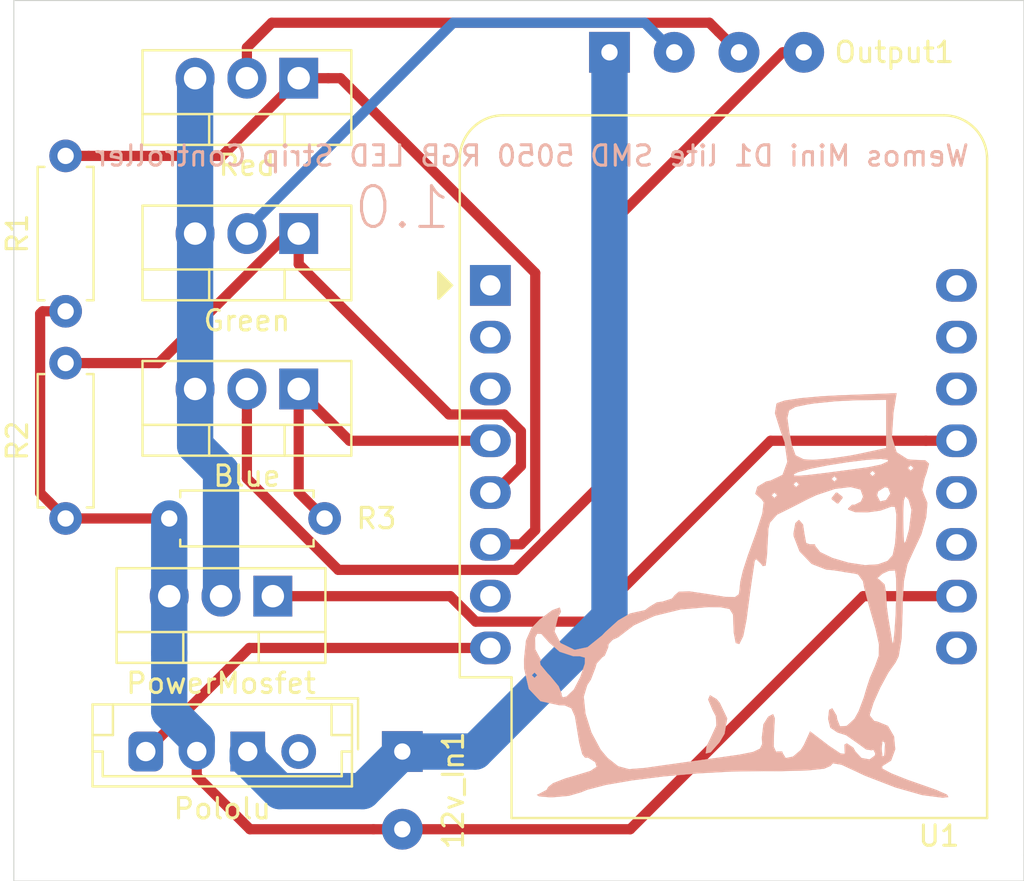
<source format=kicad_pcb>
(kicad_pcb (version 20171130) (host pcbnew "(5.1.2)-2")

  (general
    (thickness 1.6)
    (drawings 7)
    (tracks 82)
    (zones 0)
    (modules 12)
    (nets 12)
  )

  (page A4)
  (layers
    (0 F.Cu signal)
    (31 B.Cu signal)
    (32 B.Adhes user)
    (33 F.Adhes user)
    (34 B.Paste user)
    (35 F.Paste user)
    (36 B.SilkS user)
    (37 F.SilkS user)
    (38 B.Mask user)
    (39 F.Mask user)
    (40 Dwgs.User user)
    (41 Cmts.User user)
    (42 Eco1.User user)
    (43 Eco2.User user)
    (44 Edge.Cuts user)
    (45 Margin user)
    (46 B.CrtYd user)
    (47 F.CrtYd user)
    (48 B.Fab user)
    (49 F.Fab user)
  )

  (setup
    (last_trace_width 0.25)
    (user_trace_width 0.5)
    (user_trace_width 1.78)
    (trace_clearance 0.2)
    (zone_clearance 0.508)
    (zone_45_only no)
    (trace_min 0.2)
    (via_size 0.8)
    (via_drill 0.4)
    (via_min_size 0.4)
    (via_min_drill 0.3)
    (uvia_size 0.3)
    (uvia_drill 0.1)
    (uvias_allowed no)
    (uvia_min_size 0.2)
    (uvia_min_drill 0.1)
    (edge_width 0.05)
    (segment_width 0.2)
    (pcb_text_width 0.3)
    (pcb_text_size 1.5 1.5)
    (mod_edge_width 0.12)
    (mod_text_size 1 1)
    (mod_text_width 0.15)
    (pad_size 1.524 1.524)
    (pad_drill 0.762)
    (pad_to_mask_clearance 0.051)
    (solder_mask_min_width 0.25)
    (aux_axis_origin 0 0)
    (visible_elements 7FFFFFFF)
    (pcbplotparams
      (layerselection 0x010fc_ffffffff)
      (usegerberextensions false)
      (usegerberattributes false)
      (usegerberadvancedattributes false)
      (creategerberjobfile false)
      (excludeedgelayer true)
      (linewidth 0.100000)
      (plotframeref false)
      (viasonmask false)
      (mode 1)
      (useauxorigin false)
      (hpglpennumber 1)
      (hpglpenspeed 20)
      (hpglpendiameter 15.000000)
      (psnegative false)
      (psa4output false)
      (plotreference true)
      (plotvalue true)
      (plotinvisibletext false)
      (padsonsilk false)
      (subtractmaskfromsilk false)
      (outputformat 1)
      (mirror false)
      (drillshape 0)
      (scaleselection 1)
      (outputdirectory ""))
  )

  (net 0 "")
  (net 1 "Net-(Blue1-Pad1)")
  (net 2 "Net-(Green1-Pad1)")
  (net 3 GND)
  (net 4 "Net-(R1-Pad2)")
  (net 5 +12V)
  (net 6 "Net-(Blue1-Pad3)")
  (net 7 "Net-(Output1-Pad3)")
  (net 8 "Net-(Blue1-Pad2)")
  (net 9 "Net-(Green1-Pad2)")
  (net 10 "Net-(Pololu1-Pad4)")
  (net 11 "Net-(PowerMosfet1-Pad1)")

  (net_class Default "This is the default net class."
    (clearance 0.2)
    (trace_width 0.25)
    (via_dia 0.8)
    (via_drill 0.4)
    (uvia_dia 0.3)
    (uvia_drill 0.1)
    (add_net +12V)
    (add_net GND)
    (add_net "Net-(Blue1-Pad1)")
    (add_net "Net-(Blue1-Pad2)")
    (add_net "Net-(Blue1-Pad3)")
    (add_net "Net-(Green1-Pad1)")
    (add_net "Net-(Green1-Pad2)")
    (add_net "Net-(Output1-Pad3)")
    (add_net "Net-(Pololu1-Pad4)")
    (add_net "Net-(PowerMosfet1-Pad1)")
    (add_net "Net-(R1-Pad2)")
  )

  (module fossil:fossil (layer F.Cu) (tedit 5D3263A9) (tstamp 5D339DC6)
    (at 148.59 97.79)
    (fp_text reference G*** (at 0 0) (layer B.SilkS) hide
      (effects (font (size 1.524 1.524) (thickness 0.3)) (justify mirror))
    )
    (fp_text value LOGO (at 0.75 0) (layer B.SilkS) hide
      (effects (font (size 1.524 1.524) (thickness 0.3)) (justify mirror))
    )
    (fp_poly (pts (xy 5.072231 -4.876539) (xy 5.08 -4.812631) (xy 4.87654 -4.553033) (xy 4.812632 -4.545263)
      (xy 4.553033 -4.748724) (xy 4.545264 -4.812631) (xy 4.748724 -5.07223) (xy 4.812632 -5.08)
      (xy 5.072231 -4.876539)) (layer B.SilkS) (width 0.01))
    (fp_poly (pts (xy -1.096102 5.050698) (xy -0.94153 5.233202) (xy -0.577711 5.992953) (xy -0.707946 6.749835)
      (xy -0.95095 7.159456) (xy -1.389349 7.657713) (xy -1.62726 7.712448) (xy -1.586734 7.359376)
      (xy -1.391248 6.957721) (xy -1.106251 6.342436) (xy -1.133552 5.889862) (xy -1.288525 5.594842)
      (xy -1.510837 5.068579) (xy -1.418712 4.858032) (xy -1.096102 5.050698)) (layer B.SilkS) (width 0.01))
    (fp_poly (pts (xy 7.575412 -9.001238) (xy 7.499233 -7.816522) (xy 7.730489 -7.05842) (xy 8.275752 -6.711471)
      (xy 8.560884 -6.68421) (xy 9.138869 -6.662444) (xy 9.320919 -6.495598) (xy 9.197507 -6.031354)
      (xy 9.100743 -5.775292) (xy 8.984026 -5.212607) (xy 9.080834 -4.952306) (xy 9.240097 -4.570804)
      (xy 9.184441 -3.877309) (xy 8.944726 -3.034736) (xy 8.564749 -2.227772) (xy 8.258464 -1.559886)
      (xy 8.088322 -0.74734) (xy 8.024151 0.377795) (xy 8.021053 0.79829) (xy 7.972176 2.094009)
      (xy 7.830225 2.946862) (xy 7.676698 3.256165) (xy 7.329913 3.743075) (xy 6.936334 4.468478)
      (xy 6.599686 5.218351) (xy 6.423699 5.778668) (xy 6.416842 5.85567) (xy 6.630442 6.12213)
      (xy 6.785157 6.149474) (xy 7.304997 6.36378) (xy 7.604141 6.880379) (xy 7.662444 7.50979)
      (xy 7.459765 8.062533) (xy 7.018239 8.341928) (xy 7.0351 8.458974) (xy 7.47654 8.693491)
      (xy 8.256665 9.003698) (xy 8.689474 9.154881) (xy 9.684675 9.50595) (xy 10.198739 9.731867)
      (xy 10.265495 9.851548) (xy 9.993089 9.88391) (xy 8.989377 9.754827) (xy 7.675295 9.381011)
      (xy 6.189739 8.807733) (xy 5.032225 8.266869) (xy 4.603933 8.197101) (xy 4.487917 8.326775)
      (xy 4.173693 8.46067) (xy 3.354487 8.546014) (xy 2.058033 8.580692) (xy 1.193588 8.577881)
      (xy -0.386287 8.600726) (xy -2.064251 8.693318) (xy -3.724876 8.842294) (xy -5.252737 9.034291)
      (xy -6.532408 9.255946) (xy -7.448461 9.493896) (xy -7.7262 9.610554) (xy -8.343141 9.791387)
      (xy -9.160931 9.86332) (xy -9.273475 9.861617) (xy -9.800528 9.816663) (xy -9.911417 9.74063)
      (xy -9.825789 9.708328) (xy -9.429505 9.499937) (xy -9.357894 9.362998) (xy -9.122736 9.175484)
      (xy -8.521478 8.940624) (xy -8.050643 8.804904) (xy -7.285858 8.57328) (xy -6.976852 8.367226)
      (xy -7.048012 8.139838) (xy -7.406599 7.911792) (xy -7.542712 7.924755) (xy -7.681009 7.754054)
      (xy -7.830033 7.192046) (xy -7.911368 6.693534) (xy -8.042336 5.896502) (xy -8.219723 5.497076)
      (xy -8.534501 5.359984) (xy -8.816693 5.347369) (xy -9.733132 5.148397) (xy -10.304944 4.546783)
      (xy -10.459004 3.876842) (xy -10.16 3.876842) (xy -10.026315 4.010526) (xy -9.892631 3.876842)
      (xy -10.026315 3.743158) (xy -10.16 3.876842) (xy -10.459004 3.876842) (xy -10.537504 3.53548)
      (xy -10.539925 3.088202) (xy -10.442157 2.17458) (xy -10.382696 2.039359) (xy -10.002403 2.039359)
      (xy -9.993081 2.602852) (xy -9.864506 2.841257) (xy -9.701664 3.145472) (xy -9.762669 3.208421)
      (xy -9.729915 3.370617) (xy -9.39646 3.77368) (xy -9.264844 3.909127) (xy -8.844233 4.420328)
      (xy -8.693552 4.794939) (xy -8.707534 4.841854) (xy -8.642908 4.966904) (xy -8.4801 4.927907)
      (xy -7.612469 4.927907) (xy -7.52738 5.762666) (xy -7.235235 6.687375) (xy -6.784767 7.527233)
      (xy -6.445829 7.930106) (xy -5.925317 8.341829) (xy -5.393043 8.485538) (xy -4.603818 8.423828)
      (xy -4.545263 8.415302) (xy -3.696428 8.293319) (xy -2.541159 8.131381) (xy -1.302992 7.960765)
      (xy -1.069473 7.928951) (xy 0.026553 7.772582) (xy 0.692883 7.638386) (xy 1.030202 7.480424)
      (xy 1.139196 7.252756) (xy 1.122799 6.928693) (xy 1.200669 6.284836) (xy 1.432826 5.913394)
      (xy 1.671906 5.781689) (xy 1.757379 5.990265) (xy 1.722895 6.630251) (xy 1.717698 6.684859)
      (xy 1.702203 7.375615) (xy 1.8182 7.633894) (xy 1.875566 7.617536) (xy 2.120151 7.616676)
      (xy 2.138948 7.693344) (xy 2.295052 7.940821) (xy 2.649819 7.867895) (xy 3.032926 7.541196)
      (xy 3.192284 7.281276) (xy 3.488742 6.630622) (xy 4.413574 7.336026) (xy 4.973415 7.711081)
      (xy 5.197469 7.734854) (xy 5.180597 7.630188) (xy 5.17389 7.279928) (xy 5.290158 7.218947)
      (xy 5.608189 7.432414) (xy 5.711425 7.62) (xy 6.00898 7.936974) (xy 6.408651 8.007744)
      (xy 6.669078 7.810199) (xy 6.684211 7.709123) (xy 6.584459 7.521099) (xy 6.522065 7.559338)
      (xy 6.235991 7.517479) (xy 6.193128 7.486316) (xy 6.993795 7.486316) (xy 7.035813 7.86588)
      (xy 7.128652 7.820526) (xy 7.163966 7.273131) (xy 7.128652 7.152105) (xy 7.031065 7.118518)
      (xy 6.993795 7.486316) (xy 6.193128 7.486316) (xy 5.803229 7.202847) (xy 5.252075 6.818086)
      (xy 4.829059 6.684022) (xy 4.480187 6.448644) (xy 4.373131 6.01737) (xy 4.422906 5.573788)
      (xy 4.573658 5.498601) (xy 4.793103 5.867378) (xy 4.812632 6.031569) (xy 4.952904 6.384379)
      (xy 5.281575 6.364058) (xy 5.660433 6.020871) (xy 5.868508 5.647564) (xy 6.119874 4.979991)
      (xy 6.257636 4.511248) (xy 6.420576 4.012452) (xy 6.679281 3.416595) (xy 6.85869 2.914194)
      (xy 6.867233 2.366841) (xy 6.695675 1.587168) (xy 6.567276 1.143963) (xy 6.31515 0.261808)
      (xy 6.138111 -0.435264) (xy 6.08223 -0.735263) (xy 5.976986 -0.880715) (xy 6.78325 -0.880715)
      (xy 6.881742 -0.810236) (xy 7.138918 -0.577369) (xy 7.209473 -0.200526) (xy 7.25523 0.560715)
      (xy 7.323871 1.069474) (xy 7.448937 1.821983) (xy 7.517161 2.272632) (xy 7.563476 2.291643)
      (xy 7.618965 1.86418) (xy 7.673323 1.078148) (xy 7.685489 0.836749) (xy 7.714628 -0.133781)
      (xy 7.705734 -0.875707) (xy 7.66106 -1.246119) (xy 7.652417 -1.259864) (xy 7.352706 -1.245721)
      (xy 7.038475 -1.102112) (xy 6.78325 -0.880715) (xy 5.976986 -0.880715) (xy 5.845064 -1.063037)
      (xy 5.70386 -1.102895) (xy 5.173561 -1.1822) (xy 5.08 -1.203158) (xy 4.603598 -1.275331)
      (xy 4.277895 -1.303421) (xy 3.562836 -1.581629) (xy 2.971216 -2.195955) (xy 2.680442 -2.95051)
      (xy 2.673685 -3.074737) (xy 2.765208 -3.577205) (xy 2.941053 -3.743158) (xy 3.140336 -3.513876)
      (xy 3.208421 -3.058957) (xy 3.293294 -2.60406) (xy 3.47579 -2.54) (xy 3.723066 -2.539624)
      (xy 3.743158 -2.458419) (xy 3.98096 -2.161355) (xy 4.579433 -1.872488) (xy 5.36618 -1.642207)
      (xy 6.168801 -1.5209) (xy 6.814897 -1.558954) (xy 6.817895 -1.55975) (xy 7.28953 -1.728935)
      (xy 7.540891 -2.014811) (xy 7.656951 -2.573597) (xy 7.70168 -3.184549) (xy 7.722438 -3.994519)
      (xy 8.054601 -3.994519) (xy 8.056816 -3.743158) (xy 8.072042 -2.918734) (xy 8.105702 -2.585805)
      (xy 8.182925 -2.701172) (xy 8.328837 -3.221636) (xy 8.338671 -3.258589) (xy 8.462399 -4.231)
      (xy 8.319169 -4.729115) (xy 8.159251 -4.901291) (xy 8.07643 -4.6766) (xy 8.054601 -3.994519)
      (xy 7.722438 -3.994519) (xy 7.722668 -4.003467) (xy 7.649095 -4.3778) (xy 7.461934 -4.39234)
      (xy 7.434312 -4.376065) (xy 6.93584 -4.196325) (xy 6.287904 -4.108561) (xy 5.695896 -4.120942)
      (xy 5.365209 -4.241635) (xy 5.347369 -4.293076) (xy 5.547532 -4.485116) (xy 5.6657 -4.478421)
      (xy 5.98066 -4.637885) (xy 6.086357 -4.879474) (xy 6.065332 -4.938889) (xy 6.773334 -4.938889)
      (xy 6.919268 -4.643285) (xy 7.215157 -4.710777) (xy 7.425044 -5.029868) (xy 7.315553 -5.310959)
      (xy 7.152106 -5.347368) (xy 6.818773 -5.132286) (xy 6.773334 -4.938889) (xy 6.065332 -4.938889)
      (xy 5.963316 -5.227176) (xy 5.466576 -5.352742) (xy 4.706715 -5.26079) (xy 3.794313 -4.955943)
      (xy 3.395076 -4.767014) (xy 2.634193 -4.378044) (xy 2.027855 -4.075737) (xy 1.871579 -4.000973)
      (xy 1.517416 -3.603103) (xy 1.443271 -3.311328) (xy 1.408451 -2.669349) (xy 1.372335 -2.005263)
      (xy 1.307109 -1.499909) (xy 1.167325 -1.474146) (xy 1.069474 -1.60421) (xy 0.840526 -1.818263)
      (xy 0.771723 -1.737895) (xy 0.704368 -1.283127) (xy 0.631998 -0.802105) (xy 0.53656 -0.124701)
      (xy 0.41671 0.784735) (xy 0.372184 1.136316) (xy 0.210586 1.95338) (xy 0.015868 2.348948)
      (xy -0.158579 2.29512) (xy -0.259366 1.763996) (xy -0.267368 1.470526) (xy -0.291541 0.901471)
      (xy -0.459671 0.627975) (xy -0.915176 0.541717) (xy -1.506348 0.534737) (xy -2.85896 0.650933)
      (xy -4.133033 0.964499) (xy -5.144204 1.422897) (xy -5.464626 1.662693) (xy -5.929106 2.021071)
      (xy -6.199889 2.138947) (xy -6.395576 2.354653) (xy -6.416842 2.517719) (xy -6.584596 2.919767)
      (xy -6.69877 2.990467) (xy -6.981034 3.30381) (xy -7.044699 3.520512) (xy -7.267015 4.099159)
      (xy -7.441766 4.357901) (xy -7.612469 4.927907) (xy -8.4801 4.927907) (xy -8.454674 4.921817)
      (xy -8.095188 4.579629) (xy -7.778019 3.965222) (xy -7.772367 3.949193) (xy -7.555049 3.30031)
      (xy -7.551568 3.013863) (xy -7.815057 2.942269) (xy -8.135331 2.941053) (xy -8.795106 2.724342)
      (xy -9.309963 2.272839) (xy -9.688261 1.852296) (xy -9.897996 1.841518) (xy -10.002403 2.039359)
      (xy -10.382696 2.039359) (xy -10.175407 1.567962) (xy -9.775738 1.149781) (xy -9.156134 0.688909)
      (xy -8.78752 0.557212) (xy -8.73001 0.760051) (xy -8.885784 1.070398) (xy -9.046106 1.732413)
      (xy -8.754075 2.297619) (xy -8.08977 2.619639) (xy -8.033067 2.629044) (xy -7.42822 2.502309)
      (xy -6.710602 1.925981) (xy -6.553787 1.760097) (xy -5.925347 1.191797) (xy -5.337462 0.848406)
      (xy -5.126561 0.802105) (xy -4.601972 0.68591) (xy -4.411579 0.534737) (xy -4.032892 0.306816)
      (xy -3.749659 0.267369) (xy -3.280484 0.117874) (xy -3.145998 -0.053584) (xy -2.94057 -0.220594)
      (xy -2.420579 -0.232741) (xy -1.519507 -0.099115) (xy -0.656135 0.038774) (xy -0.192487 0.044637)
      (xy -0.007292 -0.093098) (xy 0.020457 -0.246058) (xy 0.068196 -0.709094) (xy 0.192587 -1.241935)
      (xy 0.434536 -1.987846) (xy 0.824411 -3.061708) (xy 1.145822 -4.048055) (xy 1.212889 -4.603023)
      (xy 1.10856 -4.755041) (xy 0.889887 -4.946316) (xy 1.604211 -4.946316) (xy 1.737895 -4.812631)
      (xy 1.871579 -4.946316) (xy 1.737895 -5.08) (xy 1.604211 -4.946316) (xy 0.889887 -4.946316)
      (xy 0.801984 -5.023205) (xy 0.902314 -5.365601) (xy 1.095587 -5.481053) (xy 2.673685 -5.481053)
      (xy 2.807369 -5.347368) (xy 2.941053 -5.481053) (xy 2.807369 -5.614737) (xy 2.673685 -5.481053)
      (xy 1.095587 -5.481053) (xy 1.334892 -5.624001) (xy 1.537369 -5.66382) (xy 1.717175 -5.748421)
      (xy 4.545264 -5.748421) (xy 4.678948 -5.614737) (xy 4.812632 -5.748421) (xy 4.678948 -5.882105)
      (xy 4.545264 -5.748421) (xy 1.717175 -5.748421) (xy 2.079375 -5.91884) (xy 2.691749 -5.91884)
      (xy 2.881247 -5.90082) (xy 3.337885 -5.9349) (xy 4.031249 -6.015789) (xy 6.416842 -6.015789)
      (xy 6.550527 -5.882105) (xy 6.684211 -6.015789) (xy 6.550527 -6.149474) (xy 6.416842 -6.015789)
      (xy 4.031249 -6.015789) (xy 4.134403 -6.027823) (xy 5.343543 -6.186331) (xy 6.057269 -6.283158)
      (xy 8.288421 -6.283158) (xy 8.422106 -6.149474) (xy 8.55579 -6.283158) (xy 8.422106 -6.416842)
      (xy 8.288421 -6.283158) (xy 6.057269 -6.283158) (xy 6.30326 -6.31653) (xy 6.973363 -6.452098)
      (xy 7.308991 -6.610067) (xy 7.305891 -6.68798) (xy 6.966472 -6.731581) (xy 6.260406 -6.685335)
      (xy 5.343556 -6.573108) (xy 4.371781 -6.418765) (xy 3.500942 -6.24617) (xy 2.8869 -6.07919)
      (xy 2.696652 -5.982218) (xy 2.691749 -5.91884) (xy 2.079375 -5.91884) (xy 2.137478 -5.946178)
      (xy 2.373194 -6.588274) (xy 2.23725 -7.551841) (xy 2.014228 -8.174521) (xy 1.83849 -8.735793)
      (xy 2.371771 -8.735793) (xy 2.465259 -8.054696) (xy 2.589235 -7.419474) (xy 2.775137 -6.906863)
      (xy 3.177502 -6.708507) (xy 3.62666 -6.68421) (xy 4.433752 -6.742493) (xy 5.438748 -6.889736)
      (xy 5.868945 -6.973734) (xy 7.218948 -7.263258) (xy 7.218948 -9.625263) (xy 5.815264 -9.609855)
      (xy 4.74779 -9.560381) (xy 3.696408 -9.453636) (xy 3.342106 -9.3983) (xy 2.760903 -9.278038)
      (xy 2.453888 -9.100388) (xy 2.371771 -8.735793) (xy 1.83849 -8.735793) (xy 1.764217 -8.973002)
      (xy 1.840018 -9.428675) (xy 1.872312 -9.465575) (xy 2.243304 -9.59164) (xy 3.022804 -9.709961)
      (xy 4.084644 -9.804766) (xy 4.941224 -9.849172) (xy 7.729764 -9.952394) (xy 7.575412 -9.001238)) (layer B.SilkS) (width 0.01))
  )

  (module EndConnectors:Pololu_4Pin_Power (layer F.Cu) (tedit 5D3254CE) (tstamp 5D3336E6)
    (at 127 105.41 180)
    (descr "JST EH series connector, B4B-EH-A (http://www.jst-mfg.com/product/pdf/eng/eEH.pdf), generated with kicad-footprint-generator")
    (tags "connector JST EH vertical")
    (path /5D32986D)
    (fp_text reference Pololu (at 3.75 -2.8) (layer F.SilkS)
      (effects (font (size 1 1) (thickness 0.15)))
    )
    (fp_text value "Pololu 4 Pin" (at 3.75 3.4) (layer F.Fab)
      (effects (font (size 1 1) (thickness 0.15)))
    )
    (fp_line (start -2.5 -1.6) (end -2.5 2.2) (layer F.Fab) (width 0.1))
    (fp_line (start -2.5 2.2) (end 10 2.2) (layer F.Fab) (width 0.1))
    (fp_line (start 10 2.2) (end 10 -1.6) (layer F.Fab) (width 0.1))
    (fp_line (start 10 -1.6) (end -2.5 -1.6) (layer F.Fab) (width 0.1))
    (fp_line (start -3 -2.1) (end -3 2.7) (layer F.CrtYd) (width 0.05))
    (fp_line (start -3 2.7) (end 10.5 2.7) (layer F.CrtYd) (width 0.05))
    (fp_line (start 10.5 2.7) (end 10.5 -2.1) (layer F.CrtYd) (width 0.05))
    (fp_line (start 10.5 -2.1) (end -3 -2.1) (layer F.CrtYd) (width 0.05))
    (fp_line (start -2.61 -1.71) (end -2.61 2.31) (layer F.SilkS) (width 0.12))
    (fp_line (start -2.61 2.31) (end 10.11 2.31) (layer F.SilkS) (width 0.12))
    (fp_line (start 10.11 2.31) (end 10.11 -1.71) (layer F.SilkS) (width 0.12))
    (fp_line (start 10.11 -1.71) (end -2.61 -1.71) (layer F.SilkS) (width 0.12))
    (fp_line (start -2.61 0) (end -2.11 0) (layer F.SilkS) (width 0.12))
    (fp_line (start -2.11 0) (end -2.11 -1.21) (layer F.SilkS) (width 0.12))
    (fp_line (start -2.11 -1.21) (end 9.61 -1.21) (layer F.SilkS) (width 0.12))
    (fp_line (start 9.61 -1.21) (end 9.61 0) (layer F.SilkS) (width 0.12))
    (fp_line (start 9.61 0) (end 10.11 0) (layer F.SilkS) (width 0.12))
    (fp_line (start -2.61 0.81) (end -1.61 0.81) (layer F.SilkS) (width 0.12))
    (fp_line (start -1.61 0.81) (end -1.61 2.31) (layer F.SilkS) (width 0.12))
    (fp_line (start 10.11 0.81) (end 9.11 0.81) (layer F.SilkS) (width 0.12))
    (fp_line (start 9.11 0.81) (end 9.11 2.31) (layer F.SilkS) (width 0.12))
    (fp_line (start -2.91 0.11) (end -2.91 2.61) (layer F.SilkS) (width 0.12))
    (fp_line (start -2.91 2.61) (end -0.41 2.61) (layer F.SilkS) (width 0.12))
    (fp_line (start -2.91 0.11) (end -2.91 2.61) (layer F.Fab) (width 0.1))
    (fp_line (start -2.91 2.61) (end -0.41 2.61) (layer F.Fab) (width 0.1))
    (fp_text user %R (at 3.75 3.81) (layer F.Fab)
      (effects (font (size 1 1) (thickness 0.15)))
    )
    (pad 1 thru_hole circle (at 0 0 180) (size 1.7 1.7) (drill 0.95) (layers *.Cu *.Mask))
    (pad 2 thru_hole rect (at 2.5 0 180) (size 1.7 1.95) (drill 0.95) (layers *.Cu *.Mask)
      (net 5 +12V))
    (pad 3 thru_hole circle (at 5 0 180) (size 1.7 1.7) (drill 0.95) (layers *.Cu *.Mask)
      (net 3 GND))
    (pad 4 thru_hole roundrect (at 7.5 0 180) (size 1.7 1.95) (drill 0.95) (layers *.Cu *.Mask) (roundrect_rratio 0.25)
      (net 10 "Net-(Pololu1-Pad4)"))
    (model ${KISYS3DMOD}/Connector_JST.3dshapes/JST_EH_B4B-EH-A_1x04_P2.50mm_Vertical.wrl
      (at (xyz 0 0 0))
      (scale (xyz 1 1 1))
      (rotate (xyz 0 0 0))
    )
  )

  (module Package_TO_SOT_THT:TO-220-3_Vertical (layer F.Cu) (tedit 5AC8BA0D) (tstamp 5D335884)
    (at 125.73 97.79 180)
    (descr "TO-220-3, Vertical, RM 2.54mm, see https://www.vishay.com/docs/66542/to-220-1.pdf")
    (tags "TO-220-3 Vertical RM 2.54mm")
    (path /5D33C08F)
    (fp_text reference PowerMosfet (at 2.54 -4.27) (layer F.SilkS)
      (effects (font (size 1 1) (thickness 0.15)))
    )
    (fp_text value FQP30N06L (at 2.54 2.54) (layer F.Fab) hide
      (effects (font (size 1 1) (thickness 0.15)))
    )
    (fp_text user %R (at 2.54 -4.27) (layer F.Fab)
      (effects (font (size 1 1) (thickness 0.15)))
    )
    (fp_line (start 7.79 -3.4) (end -2.71 -3.4) (layer F.CrtYd) (width 0.05))
    (fp_line (start 7.79 1.51) (end 7.79 -3.4) (layer F.CrtYd) (width 0.05))
    (fp_line (start -2.71 1.51) (end 7.79 1.51) (layer F.CrtYd) (width 0.05))
    (fp_line (start -2.71 -3.4) (end -2.71 1.51) (layer F.CrtYd) (width 0.05))
    (fp_line (start 4.391 -3.27) (end 4.391 -1.76) (layer F.SilkS) (width 0.12))
    (fp_line (start 0.69 -3.27) (end 0.69 -1.76) (layer F.SilkS) (width 0.12))
    (fp_line (start -2.58 -1.76) (end 7.66 -1.76) (layer F.SilkS) (width 0.12))
    (fp_line (start 7.66 -3.27) (end 7.66 1.371) (layer F.SilkS) (width 0.12))
    (fp_line (start -2.58 -3.27) (end -2.58 1.371) (layer F.SilkS) (width 0.12))
    (fp_line (start -2.58 1.371) (end 7.66 1.371) (layer F.SilkS) (width 0.12))
    (fp_line (start -2.58 -3.27) (end 7.66 -3.27) (layer F.SilkS) (width 0.12))
    (fp_line (start 4.39 -3.15) (end 4.39 -1.88) (layer F.Fab) (width 0.1))
    (fp_line (start 0.69 -3.15) (end 0.69 -1.88) (layer F.Fab) (width 0.1))
    (fp_line (start -2.46 -1.88) (end 7.54 -1.88) (layer F.Fab) (width 0.1))
    (fp_line (start 7.54 -3.15) (end -2.46 -3.15) (layer F.Fab) (width 0.1))
    (fp_line (start 7.54 1.25) (end 7.54 -3.15) (layer F.Fab) (width 0.1))
    (fp_line (start -2.46 1.25) (end 7.54 1.25) (layer F.Fab) (width 0.1))
    (fp_line (start -2.46 -3.15) (end -2.46 1.25) (layer F.Fab) (width 0.1))
    (pad 3 thru_hole oval (at 5.08 0 180) (size 1.905 2) (drill 1.1) (layers *.Cu *.Mask)
      (net 3 GND))
    (pad 2 thru_hole oval (at 2.54 0 180) (size 1.905 2) (drill 1.1) (layers *.Cu *.Mask)
      (net 6 "Net-(Blue1-Pad3)"))
    (pad 1 thru_hole rect (at 0 0 180) (size 1.905 2) (drill 1.1) (layers *.Cu *.Mask)
      (net 11 "Net-(PowerMosfet1-Pad1)"))
    (model ${KISYS3DMOD}/Package_TO_SOT_THT.3dshapes/TO-220-3_Vertical.wrl
      (at (xyz 0 0 0))
      (scale (xyz 1 1 1))
      (rotate (xyz 0 0 0))
    )
  )

  (module Connector_Wire:SolderWirePad_1x04_P3.175mm_Drill0.8mm (layer F.Cu) (tedit 5AEE5FAE) (tstamp 5D3320F3)
    (at 142.24 71.12)
    (descr "Wire solder connection")
    (tags connector)
    (path /5D3D1039)
    (attr virtual)
    (fp_text reference Output1 (at 13.97 0) (layer F.SilkS)
      (effects (font (size 1 1) (thickness 0.15)))
    )
    (fp_text value Conn_01x04_Male (at 4.7625 3.175) (layer F.Fab)
      (effects (font (size 1 1) (thickness 0.15)))
    )
    (fp_line (start 11.02 1.5) (end -1.5 1.5) (layer F.CrtYd) (width 0.05))
    (fp_line (start 11.02 1.5) (end 11.02 -1.5) (layer F.CrtYd) (width 0.05))
    (fp_line (start -1.5 -1.5) (end -1.5 1.5) (layer F.CrtYd) (width 0.05))
    (fp_line (start -1.5 -1.5) (end 11.02 -1.5) (layer F.CrtYd) (width 0.05))
    (fp_text user %R (at 4.7625 -0.762) (layer F.Fab)
      (effects (font (size 1 1) (thickness 0.15)))
    )
    (pad 4 thru_hole circle (at 9.525 0) (size 1.99898 1.99898) (drill 0.8001) (layers *.Cu *.Mask)
      (net 8 "Net-(Blue1-Pad2)"))
    (pad 3 thru_hole circle (at 6.35 0) (size 1.99898 1.99898) (drill 0.8001) (layers *.Cu *.Mask)
      (net 7 "Net-(Output1-Pad3)"))
    (pad 2 thru_hole circle (at 3.175 0) (size 1.99898 1.99898) (drill 0.8001) (layers *.Cu *.Mask)
      (net 9 "Net-(Green1-Pad2)"))
    (pad 1 thru_hole rect (at 0 0) (size 1.99898 1.99898) (drill 0.8001) (layers *.Cu *.Mask)
      (net 5 +12V))
  )

  (module Connector_Wire:SolderWirePad_1x02_P3.81mm_Drill0.8mm (layer F.Cu) (tedit 5AEE54BF) (tstamp 5D332061)
    (at 132.08 105.41 270)
    (descr "Wire solder connection")
    (tags connector)
    (path /5D35E8E7)
    (attr virtual)
    (fp_text reference 12v_In1 (at 1.905 -2.5 90) (layer F.SilkS)
      (effects (font (size 1 1) (thickness 0.15)))
    )
    (fp_text value Conn_01x02 (at 1.905 2.54 90) (layer F.Fab) hide
      (effects (font (size 1 1) (thickness 0.15)))
    )
    (fp_line (start 5.31 1.5) (end -1.49 1.5) (layer F.CrtYd) (width 0.05))
    (fp_line (start 5.31 1.5) (end 5.31 -1.5) (layer F.CrtYd) (width 0.05))
    (fp_line (start -1.49 -1.5) (end -1.49 1.5) (layer F.CrtYd) (width 0.05))
    (fp_line (start -1.49 -1.5) (end 5.31 -1.5) (layer F.CrtYd) (width 0.05))
    (fp_text user %R (at 1.905 0 90) (layer F.Fab)
      (effects (font (size 1 1) (thickness 0.15)))
    )
    (pad 2 thru_hole circle (at 3.81 0 270) (size 1.99898 1.99898) (drill 0.8001) (layers *.Cu *.Mask)
      (net 3 GND))
    (pad 1 thru_hole rect (at 0 0 270) (size 1.99898 1.99898) (drill 0.8001) (layers *.Cu *.Mask)
      (net 5 +12V))
  )

  (module Resistor_THT:R_Axial_DIN0207_L6.3mm_D2.5mm_P7.62mm_Horizontal (layer F.Cu) (tedit 5AE5139B) (tstamp 5D32C056)
    (at 120.65 93.98)
    (descr "Resistor, Axial_DIN0207 series, Axial, Horizontal, pin pitch=7.62mm, 0.25W = 1/4W, length*diameter=6.3*2.5mm^2, http://cdn-reichelt.de/documents/datenblatt/B400/1_4W%23YAG.pdf")
    (tags "Resistor Axial_DIN0207 series Axial Horizontal pin pitch 7.62mm 0.25W = 1/4W length 6.3mm diameter 2.5mm")
    (path /5D33ED1D)
    (fp_text reference R3 (at 10.16 0) (layer F.SilkS)
      (effects (font (size 1 1) (thickness 0.15)))
    )
    (fp_text value R (at 3.81 2.37) (layer F.Fab) hide
      (effects (font (size 1 1) (thickness 0.15)))
    )
    (fp_text user %R (at 3.81 0) (layer F.Fab)
      (effects (font (size 1 1) (thickness 0.15)))
    )
    (fp_line (start 8.67 -1.5) (end -1.05 -1.5) (layer F.CrtYd) (width 0.05))
    (fp_line (start 8.67 1.5) (end 8.67 -1.5) (layer F.CrtYd) (width 0.05))
    (fp_line (start -1.05 1.5) (end 8.67 1.5) (layer F.CrtYd) (width 0.05))
    (fp_line (start -1.05 -1.5) (end -1.05 1.5) (layer F.CrtYd) (width 0.05))
    (fp_line (start 7.08 1.37) (end 7.08 1.04) (layer F.SilkS) (width 0.12))
    (fp_line (start 0.54 1.37) (end 7.08 1.37) (layer F.SilkS) (width 0.12))
    (fp_line (start 0.54 1.04) (end 0.54 1.37) (layer F.SilkS) (width 0.12))
    (fp_line (start 7.08 -1.37) (end 7.08 -1.04) (layer F.SilkS) (width 0.12))
    (fp_line (start 0.54 -1.37) (end 7.08 -1.37) (layer F.SilkS) (width 0.12))
    (fp_line (start 0.54 -1.04) (end 0.54 -1.37) (layer F.SilkS) (width 0.12))
    (fp_line (start 7.62 0) (end 6.96 0) (layer F.Fab) (width 0.1))
    (fp_line (start 0 0) (end 0.66 0) (layer F.Fab) (width 0.1))
    (fp_line (start 6.96 -1.25) (end 0.66 -1.25) (layer F.Fab) (width 0.1))
    (fp_line (start 6.96 1.25) (end 6.96 -1.25) (layer F.Fab) (width 0.1))
    (fp_line (start 0.66 1.25) (end 6.96 1.25) (layer F.Fab) (width 0.1))
    (fp_line (start 0.66 -1.25) (end 0.66 1.25) (layer F.Fab) (width 0.1))
    (pad 2 thru_hole oval (at 7.62 0) (size 1.6 1.6) (drill 0.8) (layers *.Cu *.Mask)
      (net 1 "Net-(Blue1-Pad1)"))
    (pad 1 thru_hole circle (at 0 0) (size 1.6 1.6) (drill 0.8) (layers *.Cu *.Mask)
      (net 3 GND))
    (model ${KISYS3DMOD}/Resistor_THT.3dshapes/R_Axial_DIN0207_L6.3mm_D2.5mm_P7.62mm_Horizontal.wrl
      (at (xyz 0 0 0))
      (scale (xyz 1 1 1))
      (rotate (xyz 0 0 0))
    )
  )

  (module Resistor_THT:R_Axial_DIN0207_L6.3mm_D2.5mm_P7.62mm_Horizontal (layer F.Cu) (tedit 5AE5139B) (tstamp 5D32C03F)
    (at 115.57 93.98 90)
    (descr "Resistor, Axial_DIN0207 series, Axial, Horizontal, pin pitch=7.62mm, 0.25W = 1/4W, length*diameter=6.3*2.5mm^2, http://cdn-reichelt.de/documents/datenblatt/B400/1_4W%23YAG.pdf")
    (tags "Resistor Axial_DIN0207 series Axial Horizontal pin pitch 7.62mm 0.25W = 1/4W length 6.3mm diameter 2.5mm")
    (path /5D33E1E2)
    (fp_text reference R2 (at 3.81 -2.37 90) (layer F.SilkS)
      (effects (font (size 1 1) (thickness 0.15)))
    )
    (fp_text value R (at 3.81 2.37 90) (layer F.Fab)
      (effects (font (size 1 1) (thickness 0.15)))
    )
    (fp_text user %R (at 3.81 0.254 90) (layer F.Fab)
      (effects (font (size 1 1) (thickness 0.15)))
    )
    (fp_line (start 8.67 -1.5) (end -1.05 -1.5) (layer F.CrtYd) (width 0.05))
    (fp_line (start 8.67 1.5) (end 8.67 -1.5) (layer F.CrtYd) (width 0.05))
    (fp_line (start -1.05 1.5) (end 8.67 1.5) (layer F.CrtYd) (width 0.05))
    (fp_line (start -1.05 -1.5) (end -1.05 1.5) (layer F.CrtYd) (width 0.05))
    (fp_line (start 7.08 1.37) (end 7.08 1.04) (layer F.SilkS) (width 0.12))
    (fp_line (start 0.54 1.37) (end 7.08 1.37) (layer F.SilkS) (width 0.12))
    (fp_line (start 0.54 1.04) (end 0.54 1.37) (layer F.SilkS) (width 0.12))
    (fp_line (start 7.08 -1.37) (end 7.08 -1.04) (layer F.SilkS) (width 0.12))
    (fp_line (start 0.54 -1.37) (end 7.08 -1.37) (layer F.SilkS) (width 0.12))
    (fp_line (start 0.54 -1.04) (end 0.54 -1.37) (layer F.SilkS) (width 0.12))
    (fp_line (start 7.62 0) (end 6.96 0) (layer F.Fab) (width 0.1))
    (fp_line (start 0 0) (end 0.66 0) (layer F.Fab) (width 0.1))
    (fp_line (start 6.96 -1.25) (end 0.66 -1.25) (layer F.Fab) (width 0.1))
    (fp_line (start 6.96 1.25) (end 6.96 -1.25) (layer F.Fab) (width 0.1))
    (fp_line (start 0.66 1.25) (end 6.96 1.25) (layer F.Fab) (width 0.1))
    (fp_line (start 0.66 -1.25) (end 0.66 1.25) (layer F.Fab) (width 0.1))
    (pad 2 thru_hole oval (at 7.62 0 90) (size 1.6 1.6) (drill 0.8) (layers *.Cu *.Mask)
      (net 2 "Net-(Green1-Pad1)"))
    (pad 1 thru_hole circle (at 0 0 90) (size 1.6 1.6) (drill 0.8) (layers *.Cu *.Mask)
      (net 3 GND))
    (model ${KISYS3DMOD}/Resistor_THT.3dshapes/R_Axial_DIN0207_L6.3mm_D2.5mm_P7.62mm_Horizontal.wrl
      (at (xyz 0 0 0))
      (scale (xyz 1 1 1))
      (rotate (xyz 0 0 0))
    )
  )

  (module Resistor_THT:R_Axial_DIN0207_L6.3mm_D2.5mm_P7.62mm_Horizontal (layer F.Cu) (tedit 5AE5139B) (tstamp 5D32C028)
    (at 115.57 83.82 90)
    (descr "Resistor, Axial_DIN0207 series, Axial, Horizontal, pin pitch=7.62mm, 0.25W = 1/4W, length*diameter=6.3*2.5mm^2, http://cdn-reichelt.de/documents/datenblatt/B400/1_4W%23YAG.pdf")
    (tags "Resistor Axial_DIN0207 series Axial Horizontal pin pitch 7.62mm 0.25W = 1/4W length 6.3mm diameter 2.5mm")
    (path /5D33F16C)
    (fp_text reference R1 (at 3.81 -2.37 90) (layer F.SilkS)
      (effects (font (size 1 1) (thickness 0.15)))
    )
    (fp_text value R (at 3.81 2.37 90) (layer F.Fab)
      (effects (font (size 1 1) (thickness 0.15)))
    )
    (fp_text user %R (at 3.81 0 90) (layer F.Fab)
      (effects (font (size 1 1) (thickness 0.15)))
    )
    (fp_line (start 8.67 -1.5) (end -1.05 -1.5) (layer F.CrtYd) (width 0.05))
    (fp_line (start 8.67 1.5) (end 8.67 -1.5) (layer F.CrtYd) (width 0.05))
    (fp_line (start -1.05 1.5) (end 8.67 1.5) (layer F.CrtYd) (width 0.05))
    (fp_line (start -1.05 -1.5) (end -1.05 1.5) (layer F.CrtYd) (width 0.05))
    (fp_line (start 7.08 1.37) (end 7.08 1.04) (layer F.SilkS) (width 0.12))
    (fp_line (start 0.54 1.37) (end 7.08 1.37) (layer F.SilkS) (width 0.12))
    (fp_line (start 0.54 1.04) (end 0.54 1.37) (layer F.SilkS) (width 0.12))
    (fp_line (start 7.08 -1.37) (end 7.08 -1.04) (layer F.SilkS) (width 0.12))
    (fp_line (start 0.54 -1.37) (end 7.08 -1.37) (layer F.SilkS) (width 0.12))
    (fp_line (start 0.54 -1.04) (end 0.54 -1.37) (layer F.SilkS) (width 0.12))
    (fp_line (start 7.62 0) (end 6.96 0) (layer F.Fab) (width 0.1))
    (fp_line (start 0 0) (end 0.66 0) (layer F.Fab) (width 0.1))
    (fp_line (start 6.96 -1.25) (end 0.66 -1.25) (layer F.Fab) (width 0.1))
    (fp_line (start 6.96 1.25) (end 6.96 -1.25) (layer F.Fab) (width 0.1))
    (fp_line (start 0.66 1.25) (end 6.96 1.25) (layer F.Fab) (width 0.1))
    (fp_line (start 0.66 -1.25) (end 0.66 1.25) (layer F.Fab) (width 0.1))
    (pad 2 thru_hole oval (at 7.62 0 90) (size 1.6 1.6) (drill 0.8) (layers *.Cu *.Mask)
      (net 4 "Net-(R1-Pad2)"))
    (pad 1 thru_hole circle (at 0 0 90) (size 1.6 1.6) (drill 0.8) (layers *.Cu *.Mask)
      (net 3 GND))
    (model ${KISYS3DMOD}/Resistor_THT.3dshapes/R_Axial_DIN0207_L6.3mm_D2.5mm_P7.62mm_Horizontal.wrl
      (at (xyz 0 0 0))
      (scale (xyz 1 1 1))
      (rotate (xyz 0 0 0))
    )
  )

  (module Package_TO_SOT_THT:TO-220-3_Vertical (layer F.Cu) (tedit 5AC8BA0D) (tstamp 5D324274)
    (at 127 87.63 180)
    (descr "TO-220-3, Vertical, RM 2.54mm, see https://www.vishay.com/docs/66542/to-220-1.pdf")
    (tags "TO-220-3 Vertical RM 2.54mm")
    (path /5D33012D)
    (fp_text reference Blue (at 2.54 -4.27) (layer F.SilkS)
      (effects (font (size 1 1) (thickness 0.15)))
    )
    (fp_text value FQP30N06L (at 2.54 2.5) (layer F.Fab) hide
      (effects (font (size 1 1) (thickness 0.15)))
    )
    (fp_text user %R (at 2.54 -4.27) (layer F.Fab)
      (effects (font (size 1 1) (thickness 0.15)))
    )
    (fp_line (start 7.79 -3.4) (end -2.71 -3.4) (layer F.CrtYd) (width 0.05))
    (fp_line (start 7.79 1.51) (end 7.79 -3.4) (layer F.CrtYd) (width 0.05))
    (fp_line (start -2.71 1.51) (end 7.79 1.51) (layer F.CrtYd) (width 0.05))
    (fp_line (start -2.71 -3.4) (end -2.71 1.51) (layer F.CrtYd) (width 0.05))
    (fp_line (start 4.391 -3.27) (end 4.391 -1.76) (layer F.SilkS) (width 0.12))
    (fp_line (start 0.69 -3.27) (end 0.69 -1.76) (layer F.SilkS) (width 0.12))
    (fp_line (start -2.58 -1.76) (end 7.66 -1.76) (layer F.SilkS) (width 0.12))
    (fp_line (start 7.66 -3.27) (end 7.66 1.371) (layer F.SilkS) (width 0.12))
    (fp_line (start -2.58 -3.27) (end -2.58 1.371) (layer F.SilkS) (width 0.12))
    (fp_line (start -2.58 1.371) (end 7.66 1.371) (layer F.SilkS) (width 0.12))
    (fp_line (start -2.58 -3.27) (end 7.66 -3.27) (layer F.SilkS) (width 0.12))
    (fp_line (start 4.39 -3.15) (end 4.39 -1.88) (layer F.Fab) (width 0.1))
    (fp_line (start 0.69 -3.15) (end 0.69 -1.88) (layer F.Fab) (width 0.1))
    (fp_line (start -2.46 -1.88) (end 7.54 -1.88) (layer F.Fab) (width 0.1))
    (fp_line (start 7.54 -3.15) (end -2.46 -3.15) (layer F.Fab) (width 0.1))
    (fp_line (start 7.54 1.25) (end 7.54 -3.15) (layer F.Fab) (width 0.1))
    (fp_line (start -2.46 1.25) (end 7.54 1.25) (layer F.Fab) (width 0.1))
    (fp_line (start -2.46 -3.15) (end -2.46 1.25) (layer F.Fab) (width 0.1))
    (pad 3 thru_hole oval (at 5.08 0 180) (size 1.905 2) (drill 1.1) (layers *.Cu *.Mask)
      (net 6 "Net-(Blue1-Pad3)"))
    (pad 2 thru_hole oval (at 2.54 0 180) (size 1.905 2) (drill 1.1) (layers *.Cu *.Mask)
      (net 8 "Net-(Blue1-Pad2)"))
    (pad 1 thru_hole rect (at 0 0 180) (size 1.905 2) (drill 1.1) (layers *.Cu *.Mask)
      (net 1 "Net-(Blue1-Pad1)"))
    (model ${KISYS3DMOD}/Package_TO_SOT_THT.3dshapes/TO-220-3_Vertical.wrl
      (at (xyz 0 0 0))
      (scale (xyz 1 1 1))
      (rotate (xyz 0 0 0))
    )
  )

  (module Package_TO_SOT_THT:TO-220-3_Vertical (layer F.Cu) (tedit 5AC8BA0D) (tstamp 5D32425A)
    (at 127 72.39 180)
    (descr "TO-220-3, Vertical, RM 2.54mm, see https://www.vishay.com/docs/66542/to-220-1.pdf")
    (tags "TO-220-3 Vertical RM 2.54mm")
    (path /5D330C25)
    (fp_text reference Red (at 2.54 -4.27) (layer F.SilkS)
      (effects (font (size 1 1) (thickness 0.15)))
    )
    (fp_text value FQP30N06L (at 2.54 2.5) (layer F.Fab)
      (effects (font (size 1 1) (thickness 0.15)))
    )
    (fp_text user %R (at 2.54 -4.27) (layer F.Fab)
      (effects (font (size 1 1) (thickness 0.15)))
    )
    (fp_line (start 7.79 -3.4) (end -2.71 -3.4) (layer F.CrtYd) (width 0.05))
    (fp_line (start 7.79 1.51) (end 7.79 -3.4) (layer F.CrtYd) (width 0.05))
    (fp_line (start -2.71 1.51) (end 7.79 1.51) (layer F.CrtYd) (width 0.05))
    (fp_line (start -2.71 -3.4) (end -2.71 1.51) (layer F.CrtYd) (width 0.05))
    (fp_line (start 4.391 -3.27) (end 4.391 -1.76) (layer F.SilkS) (width 0.12))
    (fp_line (start 0.69 -3.27) (end 0.69 -1.76) (layer F.SilkS) (width 0.12))
    (fp_line (start -2.58 -1.76) (end 7.66 -1.76) (layer F.SilkS) (width 0.12))
    (fp_line (start 7.66 -3.27) (end 7.66 1.371) (layer F.SilkS) (width 0.12))
    (fp_line (start -2.58 -3.27) (end -2.58 1.371) (layer F.SilkS) (width 0.12))
    (fp_line (start -2.58 1.371) (end 7.66 1.371) (layer F.SilkS) (width 0.12))
    (fp_line (start -2.58 -3.27) (end 7.66 -3.27) (layer F.SilkS) (width 0.12))
    (fp_line (start 4.39 -3.15) (end 4.39 -1.88) (layer F.Fab) (width 0.1))
    (fp_line (start 0.69 -3.15) (end 0.69 -1.88) (layer F.Fab) (width 0.1))
    (fp_line (start -2.46 -1.88) (end 7.54 -1.88) (layer F.Fab) (width 0.1))
    (fp_line (start 7.54 -3.15) (end -2.46 -3.15) (layer F.Fab) (width 0.1))
    (fp_line (start 7.54 1.25) (end 7.54 -3.15) (layer F.Fab) (width 0.1))
    (fp_line (start -2.46 1.25) (end 7.54 1.25) (layer F.Fab) (width 0.1))
    (fp_line (start -2.46 -3.15) (end -2.46 1.25) (layer F.Fab) (width 0.1))
    (pad 3 thru_hole oval (at 5.08 0 180) (size 1.905 2) (drill 1.1) (layers *.Cu *.Mask)
      (net 6 "Net-(Blue1-Pad3)"))
    (pad 2 thru_hole oval (at 2.54 0 180) (size 1.905 2) (drill 1.1) (layers *.Cu *.Mask)
      (net 7 "Net-(Output1-Pad3)"))
    (pad 1 thru_hole rect (at 0 0 180) (size 1.905 2) (drill 1.1) (layers *.Cu *.Mask)
      (net 4 "Net-(R1-Pad2)"))
    (model ${KISYS3DMOD}/Package_TO_SOT_THT.3dshapes/TO-220-3_Vertical.wrl
      (at (xyz 0 0 0))
      (scale (xyz 1 1 1))
      (rotate (xyz 0 0 0))
    )
  )

  (module Package_TO_SOT_THT:TO-220-3_Vertical (layer F.Cu) (tedit 5AC8BA0D) (tstamp 5D3235C2)
    (at 127 80.01 180)
    (descr "TO-220-3, Vertical, RM 2.54mm, see https://www.vishay.com/docs/66542/to-220-1.pdf")
    (tags "TO-220-3 Vertical RM 2.54mm")
    (path /5D32CDD2)
    (fp_text reference Green (at 2.54 -4.27) (layer F.SilkS)
      (effects (font (size 1 1) (thickness 0.15)))
    )
    (fp_text value FQP30N06L (at 2.54 2.5) (layer F.Fab) hide
      (effects (font (size 1 1) (thickness 0.15)))
    )
    (fp_text user %R (at 2.54 -4.27) (layer F.Fab)
      (effects (font (size 1 1) (thickness 0.15)))
    )
    (fp_line (start 7.79 -3.4) (end -2.71 -3.4) (layer F.CrtYd) (width 0.05))
    (fp_line (start 7.79 1.51) (end 7.79 -3.4) (layer F.CrtYd) (width 0.05))
    (fp_line (start -2.71 1.51) (end 7.79 1.51) (layer F.CrtYd) (width 0.05))
    (fp_line (start -2.71 -3.4) (end -2.71 1.51) (layer F.CrtYd) (width 0.05))
    (fp_line (start 4.391 -3.27) (end 4.391 -1.76) (layer F.SilkS) (width 0.12))
    (fp_line (start 0.69 -3.27) (end 0.69 -1.76) (layer F.SilkS) (width 0.12))
    (fp_line (start -2.58 -1.76) (end 7.66 -1.76) (layer F.SilkS) (width 0.12))
    (fp_line (start 7.66 -3.27) (end 7.66 1.371) (layer F.SilkS) (width 0.12))
    (fp_line (start -2.58 -3.27) (end -2.58 1.371) (layer F.SilkS) (width 0.12))
    (fp_line (start -2.58 1.371) (end 7.66 1.371) (layer F.SilkS) (width 0.12))
    (fp_line (start -2.58 -3.27) (end 7.66 -3.27) (layer F.SilkS) (width 0.12))
    (fp_line (start 4.39 -3.15) (end 4.39 -1.88) (layer F.Fab) (width 0.1))
    (fp_line (start 0.69 -3.15) (end 0.69 -1.88) (layer F.Fab) (width 0.1))
    (fp_line (start -2.46 -1.88) (end 7.54 -1.88) (layer F.Fab) (width 0.1))
    (fp_line (start 7.54 -3.15) (end -2.46 -3.15) (layer F.Fab) (width 0.1))
    (fp_line (start 7.54 1.25) (end 7.54 -3.15) (layer F.Fab) (width 0.1))
    (fp_line (start -2.46 1.25) (end 7.54 1.25) (layer F.Fab) (width 0.1))
    (fp_line (start -2.46 -3.15) (end -2.46 1.25) (layer F.Fab) (width 0.1))
    (pad 3 thru_hole oval (at 5.08 0 180) (size 1.905 2) (drill 1.1) (layers *.Cu *.Mask)
      (net 6 "Net-(Blue1-Pad3)"))
    (pad 2 thru_hole oval (at 2.54 0 180) (size 1.905 2) (drill 1.1) (layers *.Cu *.Mask)
      (net 9 "Net-(Green1-Pad2)"))
    (pad 1 thru_hole rect (at 0 0 180) (size 1.905 2) (drill 1.1) (layers *.Cu *.Mask)
      (net 2 "Net-(Green1-Pad1)"))
    (model ${KISYS3DMOD}/Package_TO_SOT_THT.3dshapes/TO-220-3_Vertical.wrl
      (at (xyz 0 0 0))
      (scale (xyz 1 1 1))
      (rotate (xyz 0 0 0))
    )
  )

  (module Module:WEMOS_D1_mini_light (layer F.Cu) (tedit 5BBFB1CE) (tstamp 5D32326F)
    (at 136.398 82.55)
    (descr "16-pin module, column spacing 22.86 mm (900 mils), https://wiki.wemos.cc/products:d1:d1_mini, https://c1.staticflickr.com/1/734/31400410271_f278b087db_z.jpg")
    (tags "ESP8266 WiFi microcontroller")
    (path /5D320E3A)
    (fp_text reference U1 (at 22 27) (layer F.SilkS)
      (effects (font (size 1 1) (thickness 0.15)))
    )
    (fp_text value WeMos_D1_mini (at 11.7 0) (layer F.Fab)
      (effects (font (size 1 1) (thickness 0.15)))
    )
    (fp_text user "No copper" (at 11.43 -3.81) (layer Cmts.User)
      (effects (font (size 1 1) (thickness 0.15)))
    )
    (fp_text user "KEEP OUT" (at 11.43 -6.35) (layer Cmts.User)
      (effects (font (size 1 1) (thickness 0.15)))
    )
    (fp_arc (start 22.23 -6.21) (end 24.36 -6.21) (angle -90) (layer F.SilkS) (width 0.12))
    (fp_arc (start 0.63 -6.21) (end 0.63 -8.34) (angle -90) (layer F.SilkS) (width 0.12))
    (fp_line (start 1.04 19.22) (end 1.04 26.12) (layer F.SilkS) (width 0.12))
    (fp_line (start -1.5 19.22) (end 1.04 19.22) (layer F.SilkS) (width 0.12))
    (fp_arc (start 22.23 -6.21) (end 24.23 -6.19) (angle -90) (layer F.Fab) (width 0.1))
    (fp_arc (start 0.63 -6.21) (end 0.63 -8.21) (angle -90) (layer F.Fab) (width 0.1))
    (fp_line (start -0.37 0) (end -1.37 -1) (layer F.Fab) (width 0.1))
    (fp_line (start -1.37 1) (end -0.37 0) (layer F.Fab) (width 0.1))
    (fp_line (start -1.37 -6.21) (end -1.37 -1) (layer F.Fab) (width 0.1))
    (fp_line (start 1.17 19.09) (end 1.17 25.99) (layer F.Fab) (width 0.1))
    (fp_line (start -1.37 19.09) (end 1.17 19.09) (layer F.Fab) (width 0.1))
    (fp_line (start -1.35 -7.4) (end -0.55 -8.2) (layer Dwgs.User) (width 0.1))
    (fp_line (start -1.3 -5.45) (end 1.45 -8.2) (layer Dwgs.User) (width 0.1))
    (fp_line (start -1.35 -3.4) (end 3.45 -8.2) (layer Dwgs.User) (width 0.1))
    (fp_line (start 22.65 -1.4) (end 24.25 -3) (layer Dwgs.User) (width 0.1))
    (fp_line (start 20.65 -1.4) (end 24.25 -5) (layer Dwgs.User) (width 0.1))
    (fp_line (start 18.65 -1.4) (end 24.25 -7) (layer Dwgs.User) (width 0.1))
    (fp_line (start 16.65 -1.4) (end 23.45 -8.2) (layer Dwgs.User) (width 0.1))
    (fp_line (start 14.65 -1.4) (end 21.45 -8.2) (layer Dwgs.User) (width 0.1))
    (fp_line (start 12.65 -1.4) (end 19.45 -8.2) (layer Dwgs.User) (width 0.1))
    (fp_line (start 10.65 -1.4) (end 17.45 -8.2) (layer Dwgs.User) (width 0.1))
    (fp_line (start 8.65 -1.4) (end 15.45 -8.2) (layer Dwgs.User) (width 0.1))
    (fp_line (start 6.65 -1.4) (end 13.45 -8.2) (layer Dwgs.User) (width 0.1))
    (fp_line (start 4.65 -1.4) (end 11.45 -8.2) (layer Dwgs.User) (width 0.1))
    (fp_line (start 2.65 -1.4) (end 9.45 -8.2) (layer Dwgs.User) (width 0.1))
    (fp_line (start 0.65 -1.4) (end 7.45 -8.2) (layer Dwgs.User) (width 0.1))
    (fp_line (start -1.35 -1.4) (end 5.45 -8.2) (layer Dwgs.User) (width 0.1))
    (fp_line (start -1.35 -8.2) (end -1.35 -1.4) (layer Dwgs.User) (width 0.1))
    (fp_line (start 24.25 -8.2) (end -1.35 -8.2) (layer Dwgs.User) (width 0.1))
    (fp_line (start 24.25 -1.4) (end 24.25 -8.2) (layer Dwgs.User) (width 0.1))
    (fp_line (start -1.35 -1.4) (end 24.25 -1.4) (layer Dwgs.User) (width 0.1))
    (fp_poly (pts (xy -2.54 -0.635) (xy -2.54 0.635) (xy -1.905 0)) (layer F.SilkS) (width 0.15))
    (fp_line (start -1.62 26.24) (end -1.62 -8.46) (layer F.CrtYd) (width 0.05))
    (fp_line (start 24.48 26.24) (end -1.62 26.24) (layer F.CrtYd) (width 0.05))
    (fp_line (start 24.48 -8.41) (end 24.48 26.24) (layer F.CrtYd) (width 0.05))
    (fp_line (start -1.62 -8.46) (end 24.48 -8.46) (layer F.CrtYd) (width 0.05))
    (fp_text user %R (at 11.43 10) (layer F.Fab)
      (effects (font (size 1 1) (thickness 0.15)))
    )
    (fp_line (start -1.37 1) (end -1.37 19.09) (layer F.Fab) (width 0.1))
    (fp_line (start 22.23 -8.21) (end 0.63 -8.21) (layer F.Fab) (width 0.1))
    (fp_line (start 24.23 25.99) (end 24.23 -6.21) (layer F.Fab) (width 0.1))
    (fp_line (start 1.17 25.99) (end 24.23 25.99) (layer F.Fab) (width 0.1))
    (fp_line (start 22.24 -8.34) (end 0.63 -8.34) (layer F.SilkS) (width 0.12))
    (fp_line (start 24.36 26.12) (end 24.36 -6.21) (layer F.SilkS) (width 0.12))
    (fp_line (start -1.5 19.22) (end -1.5 -6.21) (layer F.SilkS) (width 0.12))
    (fp_line (start 1.04 26.12) (end 24.36 26.12) (layer F.SilkS) (width 0.12))
    (pad 16 thru_hole oval (at 22.86 0) (size 2 1.6) (drill 1) (layers *.Cu *.Mask))
    (pad 15 thru_hole oval (at 22.86 2.54) (size 2 1.6) (drill 1) (layers *.Cu *.Mask))
    (pad 14 thru_hole oval (at 22.86 5.08) (size 2 1.6) (drill 1) (layers *.Cu *.Mask))
    (pad 13 thru_hole oval (at 22.86 7.62) (size 2 1.6) (drill 1) (layers *.Cu *.Mask)
      (net 11 "Net-(PowerMosfet1-Pad1)"))
    (pad 12 thru_hole oval (at 22.86 10.16) (size 2 1.6) (drill 1) (layers *.Cu *.Mask))
    (pad 11 thru_hole oval (at 22.86 12.7) (size 2 1.6) (drill 1) (layers *.Cu *.Mask))
    (pad 10 thru_hole oval (at 22.86 15.24) (size 2 1.6) (drill 1) (layers *.Cu *.Mask)
      (net 3 GND))
    (pad 9 thru_hole oval (at 22.86 17.78) (size 2 1.6) (drill 1) (layers *.Cu *.Mask))
    (pad 8 thru_hole oval (at 0 17.78) (size 2 1.6) (drill 1) (layers *.Cu *.Mask)
      (net 10 "Net-(Pololu1-Pad4)"))
    (pad 7 thru_hole oval (at 0 15.24) (size 2 1.6) (drill 1) (layers *.Cu *.Mask))
    (pad 6 thru_hole oval (at 0 12.7) (size 2 1.6) (drill 1) (layers *.Cu *.Mask)
      (net 4 "Net-(R1-Pad2)"))
    (pad 5 thru_hole oval (at 0 10.16) (size 2 1.6) (drill 1) (layers *.Cu *.Mask)
      (net 2 "Net-(Green1-Pad1)"))
    (pad 4 thru_hole oval (at 0 7.62) (size 2 1.6) (drill 1) (layers *.Cu *.Mask)
      (net 1 "Net-(Blue1-Pad1)"))
    (pad 3 thru_hole oval (at 0 5.08) (size 2 1.6) (drill 1) (layers *.Cu *.Mask))
    (pad 1 thru_hole rect (at 0 0) (size 2 2) (drill 1) (layers *.Cu *.Mask))
    (pad 2 thru_hole oval (at 0 2.54) (size 2 1.6) (drill 1) (layers *.Cu *.Mask))
    (model ${KISYS3DMOD}/Module.3dshapes/WEMOS_D1_mini_light.wrl
      (at (xyz 0 0 0))
      (scale (xyz 1 1 1))
      (rotate (xyz 0 0 0))
    )
    (model ${KISYS3DMOD}/Connector_PinHeader_2.54mm.3dshapes/PinHeader_1x08_P2.54mm_Vertical.wrl
      (offset (xyz 0 0 9.5))
      (scale (xyz 1 1 1))
      (rotate (xyz 0 -180 0))
    )
    (model ${KISYS3DMOD}/Connector_PinHeader_2.54mm.3dshapes/PinHeader_1x08_P2.54mm_Vertical.wrl
      (offset (xyz 22.86 0 9.5))
      (scale (xyz 1 1 1))
      (rotate (xyz 0 -180 0))
    )
    (model ${KISYS3DMOD}/Connector_PinSocket_2.54mm.3dshapes/PinSocket_1x08_P2.54mm_Vertical.wrl
      (at (xyz 0 0 0))
      (scale (xyz 1 1 1))
      (rotate (xyz 0 0 0))
    )
    (model ${KISYS3DMOD}/Connector_PinSocket_2.54mm.3dshapes/PinSocket_1x08_P2.54mm_Vertical.wrl
      (offset (xyz 22.86 0 0))
      (scale (xyz 1 1 1))
      (rotate (xyz 0 0 0))
    )
  )

  (gr_text 1.0 (at 132.08 78.74) (layer B.SilkS)
    (effects (font (size 2 2) (thickness 0.15)) (justify mirror))
  )
  (gr_text "Wemos Mini D1 lite SMD 5050 RGB LED Strip Controller" (at 138.43 76.2) (layer B.SilkS)
    (effects (font (size 1 1) (thickness 0.15)) (justify mirror))
  )
  (gr_line (start 113.03 68.58) (end 162.56 68.58) (layer Edge.Cuts) (width 0.05) (tstamp 5D338F8F))
  (gr_line (start 113.03 111.76) (end 113.03 68.58) (layer Edge.Cuts) (width 0.05))
  (gr_line (start 162.56 111.76) (end 113.03 111.76) (layer Edge.Cuts) (width 0.05))
  (gr_line (start 162.56 110.49) (end 162.56 111.76) (layer Edge.Cuts) (width 0.05))
  (gr_line (start 162.56 68.58) (end 162.56 110.49) (layer Edge.Cuts) (width 0.05))

  (segment (start 127 92.71) (end 128.27 93.98) (width 0.5) (layer F.Cu) (net 1))
  (segment (start 127 87.63) (end 127 92.71) (width 0.5) (layer F.Cu) (net 1))
  (segment (start 127 87.6775) (end 127 87.63) (width 0.5) (layer F.Cu) (net 1))
  (segment (start 129.4925 90.17) (end 127 87.6775) (width 0.5) (layer F.Cu) (net 1))
  (segment (start 136.398 90.17) (end 129.4925 90.17) (width 0.5) (layer F.Cu) (net 1))
  (segment (start 116.70137 86.36) (end 115.57 86.36) (width 0.5) (layer F.Cu) (net 2))
  (segment (start 120.140948 86.36) (end 116.70137 86.36) (width 0.5) (layer F.Cu) (net 2))
  (segment (start 126.490948 80.01) (end 120.140948 86.36) (width 0.5) (layer F.Cu) (net 2))
  (segment (start 127 80.01) (end 126.490948 80.01) (width 0.5) (layer F.Cu) (net 2))
  (segment (start 127 81.51) (end 127 80.01) (width 0.5) (layer F.Cu) (net 2))
  (segment (start 134.37001 88.88001) (end 127 81.51) (width 0.5) (layer F.Cu) (net 2))
  (segment (start 137.075791 88.88001) (end 134.37001 88.88001) (width 0.5) (layer F.Cu) (net 2))
  (segment (start 137.898 89.702219) (end 137.075791 88.88001) (width 0.5) (layer F.Cu) (net 2))
  (segment (start 137.898 91.41) (end 137.898 89.702219) (width 0.5) (layer F.Cu) (net 2))
  (segment (start 136.598 92.71) (end 137.898 91.41) (width 0.5) (layer F.Cu) (net 2))
  (segment (start 136.398 92.71) (end 136.598 92.71) (width 0.5) (layer F.Cu) (net 2))
  (segment (start 114.770001 93.180001) (end 115.57 93.98) (width 0.5) (layer F.Cu) (net 3))
  (segment (start 114.319999 92.729999) (end 114.770001 93.180001) (width 0.5) (layer F.Cu) (net 3))
  (segment (start 114.319999 83.938631) (end 114.319999 92.729999) (width 0.5) (layer F.Cu) (net 3))
  (segment (start 114.43863 83.82) (end 114.319999 83.938631) (width 0.5) (layer F.Cu) (net 3))
  (segment (start 115.57 83.82) (end 114.43863 83.82) (width 0.5) (layer F.Cu) (net 3))
  (segment (start 120.65 93.98) (end 115.57 93.98) (width 0.5) (layer F.Cu) (net 3))
  (segment (start 130.666508 109.22) (end 132.08 109.22) (width 0.5) (layer F.Cu) (net 3))
  (segment (start 124.607919 109.22) (end 130.666508 109.22) (width 0.5) (layer F.Cu) (net 3))
  (segment (start 122 106.612081) (end 124.607919 109.22) (width 0.5) (layer F.Cu) (net 3))
  (segment (start 122 105.41) (end 122 106.612081) (width 0.5) (layer F.Cu) (net 3))
  (segment (start 120.65 100.57) (end 120.65 97.79) (width 1.78) (layer B.Cu) (net 3))
  (segment (start 120.65 103.442452) (end 120.65 100.57) (width 1.78) (layer B.Cu) (net 3))
  (segment (start 122 104.792452) (end 120.65 103.442452) (width 1.78) (layer B.Cu) (net 3))
  (segment (start 122 105.41) (end 122 104.792452) (width 1.78) (layer B.Cu) (net 3))
  (segment (start 120.65 97.79) (end 120.65 93.98) (width 1.78) (layer B.Cu) (net 3))
  (segment (start 143.256 109.22) (end 132.08 109.22) (width 0.5) (layer F.Cu) (net 3))
  (segment (start 159.258 97.79) (end 154.686 97.79) (width 0.5) (layer F.Cu) (net 3))
  (segment (start 154.686 97.79) (end 143.256 109.22) (width 0.5) (layer F.Cu) (net 3))
  (segment (start 116.70137 76.2) (end 115.57 76.2) (width 0.5) (layer F.Cu) (net 4))
  (segment (start 123.2375 76.2) (end 116.70137 76.2) (width 0.5) (layer F.Cu) (net 4))
  (segment (start 127 72.4375) (end 123.2375 76.2) (width 0.5) (layer F.Cu) (net 4))
  (segment (start 127 72.39) (end 127 72.4375) (width 0.5) (layer F.Cu) (net 4))
  (segment (start 128.4525 72.39) (end 127 72.39) (width 0.5) (layer F.Cu) (net 4))
  (segment (start 129.048002 72.39) (end 128.4525 72.39) (width 0.5) (layer F.Cu) (net 4))
  (segment (start 138.59801 81.940008) (end 129.048002 72.39) (width 0.5) (layer F.Cu) (net 4))
  (segment (start 138.59801 94.54999) (end 138.59801 81.940008) (width 0.5) (layer F.Cu) (net 4))
  (segment (start 137.898 95.25) (end 138.59801 94.54999) (width 0.5) (layer F.Cu) (net 4))
  (segment (start 136.398 95.25) (end 137.898 95.25) (width 0.5) (layer F.Cu) (net 4))
  (segment (start 142.24 71.12) (end 142.24 98.82051) (width 1.78) (layer B.Cu) (net 5))
  (segment (start 135.65051 105.41) (end 132.08 105.41) (width 1.78) (layer B.Cu) (net 5))
  (segment (start 142.24 98.82051) (end 135.65051 105.41) (width 1.78) (layer B.Cu) (net 5))
  (segment (start 124.5 105.781202) (end 124.5 105.41) (width 1.78) (layer B.Cu) (net 5))
  (segment (start 126.068799 107.350001) (end 124.5 105.781202) (width 1.78) (layer B.Cu) (net 5))
  (segment (start 130.139999 107.350001) (end 126.068799 107.350001) (width 1.78) (layer B.Cu) (net 5))
  (segment (start 132.08 105.41) (end 130.139999 107.350001) (width 1.78) (layer B.Cu) (net 5))
  (segment (start 121.92 87.63) (end 121.92 80.01) (width 1.78) (layer B.Cu) (net 6))
  (segment (start 121.92 80.01) (end 121.92 72.39) (width 1.78) (layer B.Cu) (net 6))
  (segment (start 121.92 90.41) (end 121.92 87.63) (width 1.78) (layer B.Cu) (net 6))
  (segment (start 123.19 97.79) (end 123.19 91.68) (width 1.78) (layer B.Cu) (net 6))
  (segment (start 123.19 91.68) (end 121.92 90.41) (width 1.78) (layer B.Cu) (net 6))
  (segment (start 147.590511 70.120511) (end 148.59 71.12) (width 0.5) (layer F.Cu) (net 7))
  (segment (start 147.140509 69.670509) (end 147.590511 70.120511) (width 0.5) (layer F.Cu) (net 7))
  (segment (start 125.679491 69.670509) (end 147.140509 69.670509) (width 0.5) (layer F.Cu) (net 7))
  (segment (start 124.46 70.89) (end 125.679491 69.670509) (width 0.5) (layer F.Cu) (net 7))
  (segment (start 124.46 72.39) (end 124.46 70.89) (width 0.5) (layer F.Cu) (net 7))
  (segment (start 124.46 92.020002) (end 124.46 89.13) (width 0.5) (layer F.Cu) (net 8))
  (segment (start 128.940008 96.50001) (end 124.46 92.020002) (width 0.5) (layer F.Cu) (net 8))
  (segment (start 124.46 89.13) (end 124.46 87.63) (width 0.5) (layer F.Cu) (net 8))
  (segment (start 137.637953 96.50001) (end 128.940008 96.50001) (width 0.5) (layer F.Cu) (net 8))
  (segment (start 142.607248 91.530715) (end 137.637953 96.50001) (width 0.5) (layer F.Cu) (net 8))
  (segment (start 142.607248 79.248) (end 142.607248 91.530715) (width 0.5) (layer F.Cu) (net 8))
  (segment (start 150.735248 71.12) (end 142.607248 79.248) (width 0.5) (layer F.Cu) (net 8))
  (segment (start 151.765 71.12) (end 150.735248 71.12) (width 0.5) (layer F.Cu) (net 8))
  (segment (start 144.415511 70.120511) (end 145.415 71.12) (width 0.5) (layer B.Cu) (net 9))
  (segment (start 143.965509 69.670509) (end 144.415511 70.120511) (width 0.5) (layer B.Cu) (net 9))
  (segment (start 134.576989 69.670509) (end 143.965509 69.670509) (width 0.5) (layer B.Cu) (net 9))
  (segment (start 124.46 79.787498) (end 134.576989 69.670509) (width 0.5) (layer B.Cu) (net 9))
  (segment (start 124.46 80.01) (end 124.46 79.787498) (width 0.5) (layer B.Cu) (net 9))
  (segment (start 124.58 100.33) (end 136.398 100.33) (width 0.5) (layer F.Cu) (net 10))
  (segment (start 119.5 105.41) (end 124.58 100.33) (width 0.5) (layer F.Cu) (net 10))
  (segment (start 157.758 90.17) (end 159.258 90.17) (width 0.5) (layer F.Cu) (net 11))
  (segment (start 150.140038 90.17) (end 157.758 90.17) (width 0.5) (layer F.Cu) (net 11))
  (segment (start 141.270028 99.04001) (end 150.140038 90.17) (width 0.5) (layer F.Cu) (net 11))
  (segment (start 135.680229 99.04001) (end 141.270028 99.04001) (width 0.5) (layer F.Cu) (net 11))
  (segment (start 134.430219 97.79) (end 135.680229 99.04001) (width 0.5) (layer F.Cu) (net 11))
  (segment (start 125.73 97.79) (end 134.430219 97.79) (width 0.5) (layer F.Cu) (net 11))

)

</source>
